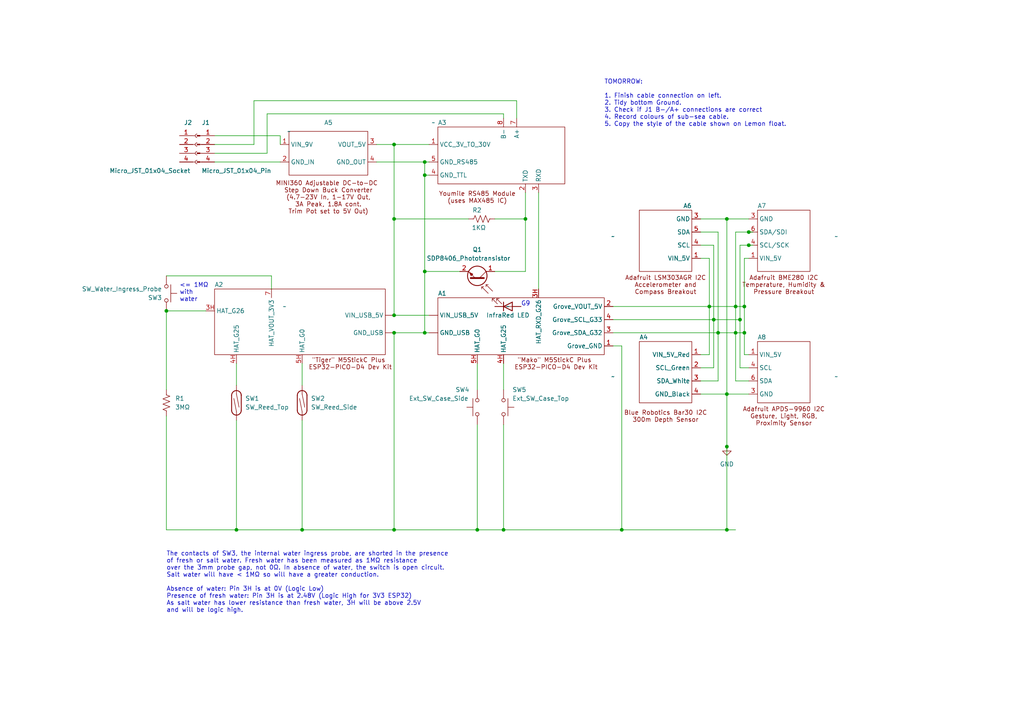
<source format=kicad_sch>
(kicad_sch (version 20230121) (generator eeschema)
  (paper "A4")
  (lib_symbols
    (symbol "BlueRobotics_Bar30_300m_Pressure_Sensor_1"
      (property "Reference" "A6" (at -7.62 -8.89 0))
      (property "Value" "~" (at 15.24 0 0))
      (symbol "BlueRobotics_Bar30_300m_Pressure_Sensor_1_1_1"
        (rectangle (start -7.62 10.16) (end 7.62 -7.62))
        (text "Adafruit LSM303AGR I2C\nAccelerometer and\nCompass Breakout" (at 0 13.97 0) (effects (font (size 1.27 1.27))))
        (pin power_in line (at -10.16 6.35 0) (length 2.54) (name "VIN_5V") (number "1"))
        (pin power_in line (at -10.16 -5.08 0) (length 2.54) (name "GND") (number "3"))
        (pin input line (at -10.16 2.54 0) (length 2.54) (name "SCL") (number "4"))
        (pin input line (at -10.16 -1.27 0) (length 2.54) (name "SDA") (number "5"))
      )
    )
    (symbol "BlueRobotics_Bar30_300m_Pressure_Sensor_2"
      (property "Reference" "A7" (at -7.62 -8.89 0))
      (property "Value" "~" (at 15.24 0 0))
      (symbol "BlueRobotics_Bar30_300m_Pressure_Sensor_2_1_1"
        (rectangle (start -7.62 10.16) (end 7.62 -7.62))
        (text "Adafruit BME280 I2C\nTemperature, Humidity &\nPressure Breakout" (at 0 13.97 0) (effects (font (size 1.27 1.27))))
        (pin power_in line (at -10.16 6.35 0) (length 2.54) (name "VIN_5V") (number "1"))
        (pin power_in line (at -10.16 -5.08 0) (length 2.54) (name "GND") (number "3"))
        (pin input line (at -10.16 2.54 0) (length 2.54) (name "SCL/SCK") (number "4"))
        (pin input line (at -10.16 -1.27 0) (length 2.54) (name "SDA/SDI") (number "6"))
      )
    )
    (symbol "BlueRobotics_Bar30_300m_Pressure_Sensor_3"
      (property "Reference" "A8" (at -7.62 11.43 0))
      (property "Value" "~" (at 15.24 0 0))
      (symbol "BlueRobotics_Bar30_300m_Pressure_Sensor_3_1_1"
        (rectangle (start -7.62 10.16) (end 7.62 -7.62))
        (text "Adafruit APDS-9960 I2C\nGesture, Light, RGB,\nProximity Sensor" (at 0 -11.43 0) (effects (font (size 1.27 1.27))))
        (pin power_in line (at -10.16 6.35 0) (length 2.54) (name "VIN_5V") (number "1"))
        (pin power_in line (at -10.16 -5.08 0) (length 2.54) (name "GND") (number "3"))
        (pin input line (at -10.16 2.54 0) (length 2.54) (name "SCL") (number "4"))
        (pin input line (at -10.16 -1.27 0) (length 2.54) (name "SDA") (number "6"))
      )
    )
    (symbol "Connector:Conn_01x04_Pin" (pin_names (offset 1.016) hide)
      (property "Reference" "J" (at 0 5.08 0))
      (property "Value" "Conn_01x04_Pin" (at 0 -7.62 0))
      (symbol "Conn_01x04_Pin_1_1"
        (polyline (pts (xy 1.27 -5.08) (xy 0.8636 -5.08)) (stroke (width 0.1524)))
        (polyline (pts (xy 1.27 -2.54) (xy 0.8636 -2.54)) (stroke (width 0.1524)))
        (polyline (pts (xy 1.27 0) (xy 0.8636 0)) (stroke (width 0.1524)))
        (polyline (pts (xy 1.27 2.54) (xy 0.8636 2.54)) (stroke (width 0.1524)))
        (rectangle (start 0.8636 -4.953) (end 0 -5.207) (stroke (width 0.1524)) (fill (type outline)))
        (rectangle (start 0.8636 -2.413) (end 0 -2.667) (stroke (width 0.1524)) (fill (type outline)))
        (rectangle (start 0.8636 0.127) (end 0 -0.127) (stroke (width 0.1524)) (fill (type outline)))
        (rectangle (start 0.8636 2.667) (end 0 2.413) (stroke (width 0.1524)) (fill (type outline)))
        (pin passive line (at 5.08 2.54 180) (length 3.81) (name "Pin_1") (number "1"))
        (pin passive line (at 5.08 0 180) (length 3.81) (name "Pin_2") (number "2"))
        (pin passive line (at 5.08 -2.54 180) (length 3.81) (name "Pin_3") (number "3"))
        (pin passive line (at 5.08 -5.08 180) (length 3.81) (name "Pin_4") (number "4"))
      )
    )
    (symbol "Connector:Conn_01x04_Socket" (pin_names (offset 1.016) hide)
      (property "Reference" "J" (at 0 5.08 0))
      (property "Value" "Conn_01x04_Socket" (at 0 -7.62 0))
      (symbol "Conn_01x04_Socket_1_1"
        (arc (start 0 -4.572) (mid -0.5058 -5.08) (end 0 -5.588) (stroke (width 0.1524)))
        (arc (start 0 -2.032) (mid -0.5058 -2.54) (end 0 -3.048) (stroke (width 0.1524)))
        (polyline (pts (xy -1.27 -5.08) (xy -0.508 -5.08)) (stroke (width 0.1524)))
        (polyline (pts (xy -1.27 -2.54) (xy -0.508 -2.54)) (stroke (width 0.1524)))
        (polyline (pts (xy -1.27 0) (xy -0.508 0)) (stroke (width 0.1524)))
        (polyline (pts (xy -1.27 2.54) (xy -0.508 2.54)) (stroke (width 0.1524)))
        (arc (start 0 0.508) (mid -0.5058 0) (end 0 -0.508) (stroke (width 0.1524)))
        (arc (start 0 3.048) (mid -0.5058 2.54) (end 0 2.032) (stroke (width 0.1524)))
        (pin passive line (at -5.08 2.54 0) (length 3.81) (name "Pin_1") (number "1"))
        (pin passive line (at -5.08 0 0) (length 3.81) (name "Pin_2") (number "2"))
        (pin passive line (at -5.08 -2.54 0) (length 3.81) (name "Pin_3") (number "3"))
        (pin passive line (at -5.08 -5.08 0) (length 3.81) (name "Pin_4") (number "4"))
      )
    )
    (symbol "Device:Q_Photo_NPN" (pin_names (offset 0) hide)
      (property "Reference" "Q1" (at 5.08 2.0193 0))
      (property "Value" "SDP8406_Phototransistor_NPN" (at 5.08 -0.5207 0))
      (symbol "Q_Photo_NPN_0_1"
        (polyline (pts (xy -1.905 1.27) (xy -2.54 1.27)))
        (polyline (pts (xy -1.27 2.54) (xy -1.905 2.54)))
        (polyline (pts (xy 0.635 0.635) (xy 2.54 2.54)))
        (polyline (pts (xy -3.81 3.175) (xy -1.905 1.27) (xy -1.905 1.905)))
        (polyline (pts (xy -3.175 4.445) (xy -1.27 2.54) (xy -1.27 3.175)))
        (polyline (pts (xy 0.635 -0.635) (xy 2.54 -2.54) (xy 2.54 -2.54)))
        (polyline (pts (xy 0.635 1.905) (xy 0.635 -1.905) (xy 0.635 -1.905)) (stroke (width 0.508)))
        (polyline (pts (xy 1.27 -1.778) (xy 1.778 -1.27) (xy 2.286 -2.286) (xy 1.27 -1.778) (xy 1.27 -1.778)) (fill (type outline)))
        (circle (center 1.27 0) (radius 2.8194) (stroke (width 0.254)))
      )
      (symbol "Q_Photo_NPN_1_1"
        (pin passive line (at 2.54 5.08 270) (length 2.54) (name "C") (number "1"))
        (pin passive line (at 2.54 -5.08 90) (length 2.54) (name "E") (number "2"))
      )
    )
    (symbol "Device:R_US" (pin_numbers hide) (pin_names (offset 0))
      (property "Reference" "R" (at 2.54 0 90))
      (property "Value" "R_US" (at -2.54 0 90))
      (symbol "R_US_0_1"
        (polyline (pts (xy 0 -2.286) (xy 0 -2.54)))
        (polyline (pts (xy 0 2.286) (xy 0 2.54)))
        (polyline (pts (xy 0 -0.762) (xy 1.016 -1.143) (xy 0 -1.524) (xy -1.016 -1.905) (xy 0 -2.286)))
        (polyline (pts (xy 0 0.762) (xy 1.016 0.381) (xy 0 0) (xy -1.016 -0.381) (xy 0 -0.762)))
        (polyline (pts (xy 0 2.286) (xy 1.016 1.905) (xy 0 1.524) (xy -1.016 1.143) (xy 0 0.762)))
      )
      (symbol "R_US_1_1"
        (pin passive line (at 0 3.81 270) (length 1.27) (name "~") (number "1"))
        (pin passive line (at 0 -3.81 90) (length 1.27) (name "~") (number "2"))
      )
    )
    (symbol "LED:IR26-21C_L110_TR8" (pin_numbers hide) (pin_names (offset 1.016) hide)
      (property "Reference" "D" (at 0 2.54 0))
      (property "Value" "IR26-21C_L110_TR8" (at 0 -3.81 0))
      (symbol "IR26-21C_L110_TR8_0_1"
        (polyline (pts (xy -1.27 -1.27) (xy -1.27 1.27)) (stroke (width 0.254)))
        (polyline (pts (xy -1.27 0) (xy 1.27 0)))
        (polyline (pts (xy 1.27 -1.27) (xy 1.27 1.27) (xy -1.27 0) (xy 1.27 -1.27)) (stroke (width 0.254)))
        (polyline (pts (xy -3.048 -0.762) (xy -4.572 -2.286) (xy -3.81 -2.286) (xy -4.572 -2.286) (xy -4.572 -1.524)))
        (polyline (pts (xy -1.778 -0.762) (xy -3.302 -2.286) (xy -2.54 -2.286) (xy -3.302 -2.286) (xy -3.302 -1.524)))
      )
      (symbol "IR26-21C_L110_TR8_1_1"
        (pin passive line (at -3.81 0 0) (length 2.54) (name "K") (number "1"))
        (pin passive line (at 3.81 0 180) (length 2.54) (name "A") (number "2"))
      )
    )
    (symbol "Lemon-GPS-Float-Library:M5Stick_C_Plus_Lemon"
      (property "Reference" "A1" (at -19.05 3.81 0))
      (property "Value" "~" (at 0 0 0))
      (symbol "M5Stick_C_Plus_Lemon_0_1"
        (rectangle (start -20.32 2.54) (end 27.94 -13.97))
      )
      (symbol "M5Stick_C_Plus_Lemon_1_1"
        (text "\"Mako\" M5StickC Plus \nESP32-PICO-D4 Dev Kit" (at 13.97 -16.51 0) (effects (font (size 1.27 1.27))))
        (pin power_in line (at -22.86 -7.62 0) (length 2.54) (name "GND_USB") (number ""))
        (pin power_in line (at -22.86 -2.54 0) (length 2.54) (name "VIN_USB_5V") (number ""))
        (pin power_in line (at 30.48 -11.43 180) (length 2.54) (name "Grove_GND") (number "1"))
        (pin power_out line (at 30.48 0 180) (length 2.54) (name "Grove_VOUT_5V") (number "2"))
        (pin output line (at 30.48 -7.62 180) (length 2.54) (name "Grove_SDA_G32") (number "3"))
        (pin output line (at 8.89 5.08 270) (length 2.54) (name "HAT_RXD_G26") (number "3H"))
        (pin input line (at 30.48 -3.81 180) (length 2.54) (name "Grove_SCL_G33") (number "4"))
        (pin input line (at -1.27 -16.51 90) (length 2.54) (name "HAT_G25") (number "4H"))
        (pin input line (at -8.89 -16.51 90) (length 2.54) (name "HAT_G0") (number "5H"))
      )
    )
    (symbol "Lemon-GPS-Float-Library:Youmile_MAX485_RS485_5V"
      (property "Reference" "A3" (at -7.62 8.89 0))
      (property "Value" "~" (at -10.16 8.89 0))
      (symbol "Youmile_MAX485_RS485_5V_0_1"
        (rectangle (start -8.89 7.62) (end 27.94 -8.89))
      )
      (symbol "Youmile_MAX485_RS485_5V_1_1"
        (text "Youmile RS485 Module\n(uses MAX485 IC)" (at 2.54 -12.7 0) (effects (font (size 1.27 1.27))))
        (pin power_in line (at -11.43 2.54 0) (length 2.54) (name "VCC_3V_TO_30V") (number "1"))
        (pin output line (at 16.51 -11.43 90) (length 2.54) (name "TXD") (number "2"))
        (pin input line (at 20.32 -11.43 90) (length 2.54) (name "RXD") (number "3"))
        (pin power_in line (at -11.43 -6.35 0) (length 2.54) (name "GND_TTL") (number "4"))
        (pin power_in line (at -11.43 -2.54 0) (length 2.54) (name "GND_RS485") (number "5"))
        (pin bidirectional line (at 13.97 10.16 270) (length 2.54) (name "A+") (number "7"))
        (pin bidirectional line (at 10.16 10.16 270) (length 2.54) (name "B-") (number "8"))
      )
    )
    (symbol "M5Stick_C_Plus_Lemon_1"
      (property "Reference" "A2" (at -21.59 12.7 0))
      (property "Value" "~" (at -2.54 6.35 0))
      (symbol "M5Stick_C_Plus_Lemon_1_0_1"
        (rectangle (start -22.86 11.43) (end 26.67 -7.62))
      )
      (symbol "M5Stick_C_Plus_Lemon_1_1_1"
        (text "\"Tiger\" M5StickC Plus \nESP32-PICO-D4 Dev Kit" (at 16.51 -10.16 0) (effects (font (size 1.27 1.27))))
        (pin power_in line (at 29.21 -1.27 180) (length 2.54) (name "GND_USB") (number ""))
        (pin power_in line (at 29.21 3.81 180) (length 2.54) (name "VIN_USB_5V") (number ""))
        (pin input line (at -25.4 5.08 0) (length 2.54) (name "HAT_G26") (number "3H"))
        (pin input line (at -16.51 -10.16 90) (length 2.54) (name "HAT_G25") (number "4H"))
        (pin input line (at 2.54 -10.16 90) (length 2.54) (name "HAT_G0") (number "5H"))
        (pin input line (at -6.35 11.43 270) (length 2.54) (name "HAT_VOUT_3V3") (number "7"))
      )
    )
    (symbol "Nav-Pod:BlueRobotics_Bar30_300m_Pressure_Sensor"
      (property "Reference" "A4" (at 5.08 11.43 0))
      (property "Value" "~" (at 15.24 0 0))
      (symbol "BlueRobotics_Bar30_300m_Pressure_Sensor_1_1"
        (rectangle (start -7.62 10.16) (end 7.62 -7.62))
        (text "Blue Robotics Bar30 I2C\n300m Depth Sensor" (at 0 -11.43 0) (effects (font (size 1.27 1.27))))
        (pin power_in line (at -10.16 6.35 0) (length 2.54) (name "VIN_5V_Red") (number "1"))
        (pin input line (at -10.16 2.54 0) (length 2.54) (name "SCL_Green") (number "2"))
        (pin input line (at -10.16 -1.27 0) (length 2.54) (name "SDA_White") (number "3"))
        (pin power_in line (at -10.16 -5.08 0) (length 2.54) (name "GND_Black") (number "4"))
      )
    )
    (symbol "Nav-Pod:MINI_360_ADJUSTABLE_DC_TO_DC_STEP_DOWN_BUCK_CONVERTER"
      (property "Reference" "A" (at -13.97 33.02 0))
      (symbol "MINI_360_ADJUSTABLE_DC_TO_DC_STEP_DOWN_BUCK_CONVERTER_0_1"
        (rectangle (start -13.97 31.75) (end 8.89 19.05))
      )
      (symbol "MINI_360_ADJUSTABLE_DC_TO_DC_STEP_DOWN_BUCK_CONVERTER_1_1"
        (text "MINI360 Adjustable DC-to-DC \nStep Down Buck Converter\n(4.7-23V In, 1-17V Out,\n3A Peak, 1.8A cont.\nTrim Pot set to 5V Out)" (at -2.54 12.7 0) (effects (font (size 1.27 1.27))))
        (pin power_in line (at -16.51 27.94 0) (length 2.54) (name "VIN_9V") (number "1"))
        (pin power_in line (at -16.51 22.86 0) (length 2.54) (name "GND_IN") (number "2"))
        (pin power_out line (at 11.43 27.94 180) (length 2.54) (name "VOUT_5V") (number "3"))
        (pin power_out line (at 11.43 22.86 180) (length 2.54) (name "GND_OUT") (number "4"))
      )
    )
    (symbol "Switch:SW_Push" (pin_numbers hide) (pin_names (offset 1.016) hide)
      (property "Reference" "SW" (at 1.27 2.54 0))
      (property "Value" "SW_Push" (at 0 -1.524 0))
      (symbol "SW_Push_0_1"
        (circle (center -2.032 0) (radius 0.508))
        (polyline (pts (xy 0 1.27) (xy 0 3.048)))
        (polyline (pts (xy 2.54 1.27) (xy -2.54 1.27)))
        (circle (center 2.032 0) (radius 0.508))
        (pin passive line (at -5.08 0 0) (length 2.54) (name "1") (number "1"))
        (pin passive line (at 5.08 0 180) (length 2.54) (name "2") (number "2"))
      )
    )
    (symbol "Switch:SW_Reed" (pin_numbers hide) (pin_names (offset 0) hide)
      (property "Reference" "SW" (at 0 2.54 0))
      (property "Value" "SW_Reed" (at 0 -2.54 0))
      (symbol "SW_Reed_0_0"
        (arc (start -2.159 1.397) (mid -3.55 0) (end -2.159 -1.397) (stroke (width 0.254)))
        (polyline (pts (xy -2.54 0) (xy 1.27 0.762)))
        (polyline (pts (xy -2.159 -1.397) (xy 2.286 -1.397)) (stroke (width 0.254)))
        (polyline (pts (xy 2.159 1.397) (xy -2.159 1.397)) (stroke (width 0.254)))
        (polyline (pts (xy 2.54 0) (xy -1.27 -0.762)))
        (arc (start 2.159 -1.397) (mid 3.55 0) (end 2.159 1.397) (stroke (width 0.254)))
      )
      (symbol "SW_Reed_1_1"
        (pin passive line (at -5.08 0 0) (length 2.54) (name "1") (number "1"))
        (pin passive line (at 5.08 0 180) (length 2.54) (name "2") (number "2"))
      )
    )
    (symbol "power:GND" (power) (pin_names (offset 0))
      (property "Value" "GND" (at 0 -3.81 0))
      (symbol "GND_0_1"
        (polyline (pts (xy 0 0) (xy 0 -1.27) (xy 1.27 -1.27) (xy 0 -2.54) (xy -1.27 -1.27) (xy 0 -1.27)))
      )
      (symbol "GND_1_1"
        (pin power_in line (at 0 0 270) (length 0) hide (name "GND") (number "1"))
      )
    )
  )
  (junction (at 210.82 63.5))
  (junction (at 152.4 63.5))
  (junction (at 114.3 91.44))
  (junction (at 114.3 153.67))
  (junction (at 210.82 129.54))
  (junction (at 114.3 63.5))
  (junction (at 214.63 92.71))
  (junction (at 213.36 88.9))
  (junction (at 210.82 114.3))
  (junction (at 215.9 96.52))
  (junction (at 205.74 88.9))
  (junction (at 217.17 67.31))
  (junction (at 87.63 153.67))
  (junction (at 138.43 153.67))
  (junction (at 114.3 96.52))
  (junction (at 68.58 153.67))
  (junction (at 146.05 153.67))
  (junction (at 215.9 88.9))
  (junction (at 180.34 153.67))
  (junction (at 217.17 71.12))
  (junction (at 123.19 50.8))
  (junction (at 210.82 153.67))
  (junction (at 123.19 96.52))
  (junction (at 123.19 78.74))
  (junction (at 213.36 96.52))
  (junction (at 123.19 46.99))
  (junction (at 208.28 96.52))
  (junction (at 48.26 90.17))
  (junction (at 207.01 92.71))
  (junction (at 114.3 41.91))
  (wire (pts (xy 214.63 71.12) (xy 217.17 71.12)))
  (wire (pts (xy 208.28 67.31) (xy 208.28 96.52)))
  (wire (pts (xy 208.28 96.52) (xy 208.28 110.49)))
  (wire (pts (xy 210.82 114.3) (xy 217.17 114.3)))
  (wire (pts (xy 203.2 67.31) (xy 208.28 67.31)))
  (wire (pts (xy 123.19 78.74) (xy 123.19 96.52)))
  (wire (pts (xy 146.05 123.19) (xy 146.05 153.67)))
  (wire (pts (xy 213.36 96.52) (xy 215.9 96.52)))
  (wire (pts (xy 114.3 96.52) (xy 123.19 96.52)))
  (wire (pts (xy 180.34 153.67) (xy 210.82 153.67)))
  (wire (pts (xy 123.19 50.8) (xy 124.46 50.8)))
  (wire (pts (xy 152.4 55.88) (xy 152.4 63.5)))
  (wire (pts (xy 48.26 120.65) (xy 48.26 153.67)))
  (wire (pts (xy 123.19 50.8) (xy 123.19 78.74)))
  (wire (pts (xy 73.66 29.21) (xy 149.86 29.21)))
  (wire (pts (xy 62.23 44.45) (xy 77.47 44.45)))
  (wire (pts (xy 203.2 114.3) (xy 210.82 114.3)))
  (wire (pts (xy 215.9 74.93) (xy 215.9 88.9)))
  (wire (pts (xy 215.9 88.9) (xy 215.9 96.52)))
  (wire (pts (xy 207.01 92.71) (xy 207.01 106.68)))
  (wire (pts (xy 210.82 63.5) (xy 217.17 63.5)))
  (wire (pts (xy 123.19 96.52) (xy 124.46 96.52)))
  (wire (pts (xy 123.19 46.99) (xy 124.46 46.99)))
  (wire (pts (xy 213.36 153.67) (xy 210.82 153.67)))
  (wire (pts (xy 114.3 63.5) (xy 114.3 41.91)))
  (wire (pts (xy 114.3 63.5) (xy 135.89 63.5)))
  (wire (pts (xy 81.28 39.37) (xy 81.28 41.91)))
  (wire (pts (xy 68.58 153.67) (xy 87.63 153.67)))
  (wire (pts (xy 217.17 106.68) (xy 214.63 106.68)))
  (wire (pts (xy 203.2 63.5) (xy 210.82 63.5)))
  (wire (pts (xy 62.23 39.37) (xy 81.28 39.37)))
  (wire (pts (xy 146.05 153.67) (xy 180.34 153.67)))
  (wire (pts (xy 87.63 153.67) (xy 114.3 153.67)))
  (wire (pts (xy 68.58 121.92) (xy 68.58 153.67)))
  (wire (pts (xy 77.47 33.02) (xy 77.47 44.45)))
  (wire (pts (xy 203.2 106.68) (xy 207.01 106.68)))
  (wire (pts (xy 143.51 63.5) (xy 152.4 63.5)))
  (wire (pts (xy 213.36 67.31) (xy 217.17 67.31)))
  (wire (pts (xy 109.22 46.99) (xy 123.19 46.99)))
  (wire (pts (xy 203.2 74.93) (xy 205.74 74.93)))
  (wire (pts (xy 109.22 41.91) (xy 114.3 41.91)))
  (wire (pts (xy 207.01 71.12) (xy 207.01 92.71)))
  (wire (pts (xy 68.58 111.76) (xy 68.58 105.41)))
  (wire (pts (xy 210.82 63.5) (xy 210.82 114.3)))
  (wire (pts (xy 146.05 105.41) (xy 146.05 113.03)))
  (wire (pts (xy 203.2 110.49) (xy 208.28 110.49)))
  (wire (pts (xy 87.63 105.41) (xy 87.63 111.76)))
  (wire (pts (xy 217.17 67.31) (xy 218.44 67.31)))
  (wire (pts (xy 77.47 33.02) (xy 146.05 33.02)))
  (wire (pts (xy 78.74 80.01) (xy 78.74 83.82)))
  (wire (pts (xy 114.3 96.52) (xy 114.3 153.67)))
  (wire (pts (xy 213.36 88.9) (xy 213.36 96.52)))
  (wire (pts (xy 48.26 80.01) (xy 78.74 80.01)))
  (wire (pts (xy 205.74 88.9) (xy 205.74 102.87)))
  (wire (pts (xy 217.17 110.49) (xy 213.36 110.49)))
  (wire (pts (xy 180.34 100.33) (xy 180.34 153.67)))
  (wire (pts (xy 114.3 41.91) (xy 124.46 41.91)))
  (wire (pts (xy 177.8 88.9) (xy 205.74 88.9)))
  (wire (pts (xy 205.74 102.87) (xy 203.2 102.87)))
  (wire (pts (xy 114.3 153.67) (xy 138.43 153.67)))
  (wire (pts (xy 177.8 92.71) (xy 207.01 92.71)))
  (wire (pts (xy 217.17 71.12) (xy 218.44 71.12)))
  (wire (pts (xy 217.17 102.87) (xy 215.9 102.87)))
  (wire (pts (xy 114.3 91.44) (xy 124.46 91.44)))
  (wire (pts (xy 149.86 34.29) (xy 149.86 29.21)))
  (wire (pts (xy 48.26 90.17) (xy 48.26 113.03)))
  (wire (pts (xy 138.43 123.19) (xy 138.43 153.67)))
  (wire (pts (xy 210.82 153.67) (xy 210.82 129.54)))
  (wire (pts (xy 123.19 78.74) (xy 133.35 78.74)))
  (wire (pts (xy 138.43 105.41) (xy 138.43 113.03)))
  (wire (pts (xy 59.69 90.17) (xy 48.26 90.17)))
  (wire (pts (xy 156.21 55.88) (xy 156.21 83.82)))
  (wire (pts (xy 48.26 153.67) (xy 68.58 153.67)))
  (wire (pts (xy 177.8 96.52) (xy 208.28 96.52)))
  (wire (pts (xy 215.9 96.52) (xy 215.9 102.87)))
  (wire (pts (xy 114.3 63.5) (xy 114.3 91.44)))
  (wire (pts (xy 62.23 46.99) (xy 81.28 46.99)))
  (wire (pts (xy 213.36 88.9) (xy 215.9 88.9)))
  (wire (pts (xy 205.74 74.93) (xy 205.74 88.9)))
  (wire (pts (xy 213.36 96.52) (xy 213.36 110.49)))
  (wire (pts (xy 213.36 67.31) (xy 213.36 88.9)))
  (wire (pts (xy 138.43 153.67) (xy 146.05 153.67)))
  (wire (pts (xy 203.2 71.12) (xy 207.01 71.12)))
  (wire (pts (xy 143.51 78.74) (xy 152.4 78.74)))
  (wire (pts (xy 146.05 34.29) (xy 146.05 33.02)))
  (wire (pts (xy 73.66 29.21) (xy 73.66 41.91)))
  (wire (pts (xy 210.82 114.3) (xy 210.82 129.54)))
  (wire (pts (xy 62.23 41.91) (xy 73.66 41.91)))
  (wire (pts (xy 213.36 88.9) (xy 205.74 88.9)))
  (wire (pts (xy 208.28 96.52) (xy 213.36 96.52)))
  (wire (pts (xy 214.63 92.71) (xy 214.63 106.68)))
  (wire (pts (xy 215.9 74.93) (xy 217.17 74.93)))
  (wire (pts (xy 123.19 50.8) (xy 123.19 46.99)))
  (wire (pts (xy 180.34 100.33) (xy 177.8 100.33)))
  (wire (pts (xy 214.63 71.12) (xy 214.63 92.71)))
  (wire (pts (xy 152.4 63.5) (xy 152.4 78.74)))
  (wire (pts (xy 87.63 121.92) (xy 87.63 153.67)))
  (wire (pts (xy 207.01 92.71) (xy 214.63 92.71)))
  (text "TOMORROW:\n\n1. Finish cable connection on left.\n2. Tidy bottom Ground.\n3. Check if J1 B-/A+ connections are correct\n4. Record colours of sub-sea cable.\n5. Copy the style of the cable shown on Lemon float." (at 175.26 36.83 0) (effects (font (size 1.27 1.27)) (justify left bottom)))
  (text "G9" (at 151.13 88.9 0) (effects (font (size 1.27 1.27)) (justify left bottom)))
  (text "<= 1MΩ\nwith \nwater\n" (at 52.07 87.63 0) (effects (font (size 1.27 1.27)) (justify left bottom)))
  (text "The contacts of SW3, the internal water ingress probe, are shorted in the presence \nof fresh or salt water. Fresh water has been measured as 1MΩ resistance \nover the 3mm probe gap, not 0Ω. In absence of water, the switch is open circuit.\nSalt water will have < 1MΩ so will have a greater conduction.\n\nAbsence of water: Pin 3H is at 0V (Logic Low)\nPresence of fresh water: Pin 3H is at 2.48V (Logic High for 3V3 ESP32)\nAs salt water has lower resistance than fresh water, 3H will be above 2.5V\nand will be logic high." (at 48.26 177.8 0) (effects (font (size 1.27 1.27)) (justify left bottom)))
  (symbol (lib_id "Lemon-GPS-Float-Library:Youmile_MAX485_RS485_5V") (at 135.89 44.45 0) (unit 1)
    (property "Reference" "A3" (at 128.27 35.56 0))
    (property "Value" "~" (at 125.73 35.56 0))
    (property "Datasheet" "https://www.amazon.co.uk/gp/product/B08BZ8274M" (effects hide))
  )
  (symbol (lib_id "Switch:SW_Reed") (at 87.63 116.84 90) (unit 1)
    (property "Reference" "SW2" (at 90.17 115.57 90) (effects (justify right)))
    (property "Value" "SW_Reed_Side" (at 90.17 118.11 90) (effects (justify right)))
  )
  (symbol (lib_id "Connector:Conn_01x04_Socket") (at 57.15 41.91 0) (unit 1)
    (property "Reference" "J2" (at 53.34 35.56 0) (effects (justify left)))
    (property "Value" "Micro_JST_01x04_Socket" (at 31.75 49.53 0) (effects (justify left)))
  )
  (symbol (lib_name "BlueRobotics_Bar30_300m_Pressure_Sensor_3") (lib_id "Nav-Pod:BlueRobotics_Bar30_300m_Pressure_Sensor") (at 227.33 109.22 0) (unit 1)
    (property "Reference" "A8" (at 219.71 97.79 0) (effects (justify left)))
    (property "Value" "~" (at 242.57 109.22 0))
    (property "Datasheet" "https://learn.adafruit.com/adafruit-apds9960-breakout" (effects hide))
  )
  (symbol (lib_id "power:GND") (at 210.82 129.54 0) (unit 1)
    (property "Reference" "#PWR01" (effects hide))
    (property "Value" "GND" (at 210.82 134.62 0))
  )
  (symbol (lib_id "Device:Q_Photo_NPN") (at 138.43 81.28 270) (mirror x) (unit 1)
    (property "Reference" "Q1" (at 138.43 72.39 90))
    (property "Value" "SDP8406_Phototransistor" (at 135.89 74.93 90))
    (property "Datasheet" "https://docs.rs-online.com/36c6/0900766b800984d9.pdf" (effects hide))
  )
  (symbol (lib_id "Device:R_US") (at 48.26 116.84 0) (unit 1)
    (property "Reference" "R1" (at 50.8 115.57 0) (effects (justify left)))
    (property "Value" "3MΩ" (at 50.8 118.11 0) (effects (justify left)))
  )
  (symbol (lib_id "Lemon-GPS-Float-Library:M5Stick_C_Plus_Lemon") (at 147.32 88.9 0) (unit 1)
    (property "Reference" "A1" (at 128.27 85.09 0))
    (property "Value" "~" (at 147.32 88.9 0))
    (property "Datasheet" "https://shop.m5stack.com/products/m5stickc-plus-esp32-pico-mini-iot-development-kit" (effects hide))
  )
  (symbol (lib_id "Nav-Pod:MINI_360_ADJUSTABLE_DC_TO_DC_STEP_DOWN_BUCK_CONVERTER") (at 97.79 69.85 0) (unit 1)
    (property "Reference" "A5" (at 95.25 35.56 0))
    (property "Value" "~" (at 83.82 38.1 0))
    (property "Datasheet" "https://alltopnotch.co.uk/product/mp2307-adjustable-mini360-dc-dc-converter-step-down-buck-voltage-regulator-uk/" (effects hide))
  )
  (symbol (lib_id "LED:IR26-21C_L110_TR8") (at 147.32 88.9 0) (mirror x) (unit 1) (in_bom no)
    (property "Reference" "D1" (effects hide))
    (property "Value" "InfraRed LED" (at 147.32 91.44 0))
    (property "Footprint" "LED_SMD:LED_1206_3216Metric" (effects hide))
    (property "Datasheet" "http://www.everlight.com/file/ProductFile/IR26-21C-L110-TR8.pdf" (effects hide))
  )
  (symbol (lib_name "M5Stick_C_Plus_Lemon_1") (lib_id "Lemon-GPS-Float-Library:M5Stick_C_Plus_Lemon") (at 85.09 95.25 0) (unit 1)
    (property "Reference" "A2" (at 63.5 82.55 0))
    (property "Value" "~" (at 82.55 88.9 0))
    (property "Datasheet" "https://shop.m5stack.com/products/m5stickc-plus-esp32-pico-mini-iot-development-kit" (effects hide))
  )
  (symbol (lib_id "Connector:Conn_01x04_Pin") (at 57.15 41.91 0) (unit 1)
    (property "Reference" "J1" (at 59.69 35.56 0))
    (property "Value" "Micro_JST_01x04_Pin" (at 68.58 49.53 0))
  )
  (symbol (lib_id "Switch:SW_Push") (at 138.43 118.11 90) (mirror x) (unit 1)
    (property "Reference" "SW4" (at 132.08 113.03 90) (effects (justify right)))
    (property "Value" "Ext_SW_Case_Side" (at 135.89 115.57 90) (effects (justify left)))
  )
  (symbol (lib_name "BlueRobotics_Bar30_300m_Pressure_Sensor_2") (lib_id "Nav-Pod:BlueRobotics_Bar30_300m_Pressure_Sensor") (at 227.33 68.58 0) (mirror x) (unit 1)
    (property "Reference" "A7" (at 219.71 59.69 0) (effects (justify left)))
    (property "Value" "~" (at 242.57 68.58 0))
    (property "Datasheet" "https://learn.adafruit.com/adafruit-bme280-humidity-barometric-pressure-temperature-sensor-breakout" (effects hide))
  )
  (symbol (lib_id "Device:R_US") (at 139.7 63.5 90) (unit 1)
    (property "Reference" "R2" (at 139.7 60.96 90) (effects (justify left)))
    (property "Value" "1KΩ" (at 140.97 66.04 90) (effects (justify left)))
  )
  (symbol (lib_name "BlueRobotics_Bar30_300m_Pressure_Sensor_1") (lib_id "Nav-Pod:BlueRobotics_Bar30_300m_Pressure_Sensor") (at 193.04 68.58 180) (unit 1)
    (property "Reference" "A6" (at 200.66 59.69 0) (effects (justify left)))
    (property "Value" "~" (at 177.8 68.58 0))
    (property "Datasheet" "https://learn.adafruit.com/lsm303-accelerometer-slash-compass-breakout" (effects hide))
  )
  (symbol (lib_id "Switch:SW_Push") (at 48.26 85.09 270) (unit 1)
    (property "Reference" "SW3" (at 46.99 86.36 90) (effects (justify right)))
    (property "Value" "SW_Water_Ingress_Probe" (at 46.99 83.82 90) (effects (justify right)))
  )
  (symbol (lib_id "Switch:SW_Push") (at 146.05 118.11 270) (unit 1)
    (property "Reference" "SW5" (at 148.59 113.03 90) (effects (justify left)))
    (property "Value" "Ext_SW_Case_Top" (at 148.59 115.57 90) (effects (justify left)))
  )
  (symbol (lib_id "Nav-Pod:BlueRobotics_Bar30_300m_Pressure_Sensor") (at 193.04 109.22 0) (mirror y) (unit 1)
    (property "Reference" "A4" (at 187.96 97.79 0) (effects (justify left)))
    (property "Value" "~" (at 177.8 109.22 0))
    (property "Datasheet" "https://bluerobotics.com/store/sensors-cameras/sensors/bar30-sensor-r1/" (effects hide))
  )
  (symbol (lib_id "Switch:SW_Reed") (at 68.58 116.84 90) (unit 1)
    (property "Reference" "SW1" (at 71.12 115.57 90) (effects (justify right)))
    (property "Value" "SW_Reed_Top" (at 71.12 118.11 90) (effects (justify right)))
  )
)
</source>
